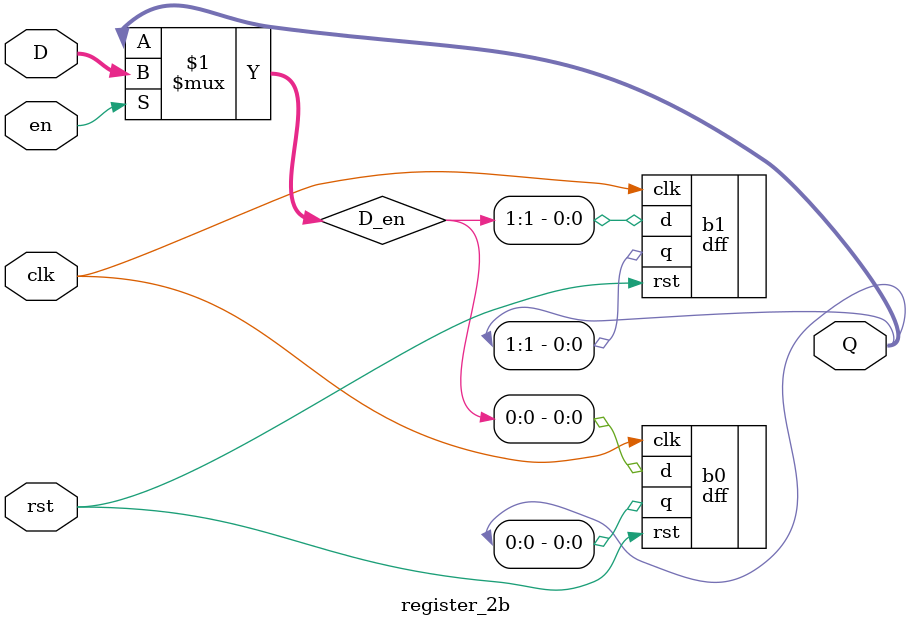
<source format=v>
module register_2b (
	input clk,
	input rst,
	input en,
	input [1:0] D,
	output [1:0] Q
);
	wire [1:0] D_en;
	assign D_en = en ? D : Q;

	dff b0(.q(Q[0]), .d(D_en[0]), .clk(clk), .rst(rst));
	dff b1(.q(Q[1]), .d(D_en[1]), .clk(clk), .rst(rst));
endmodule

</source>
